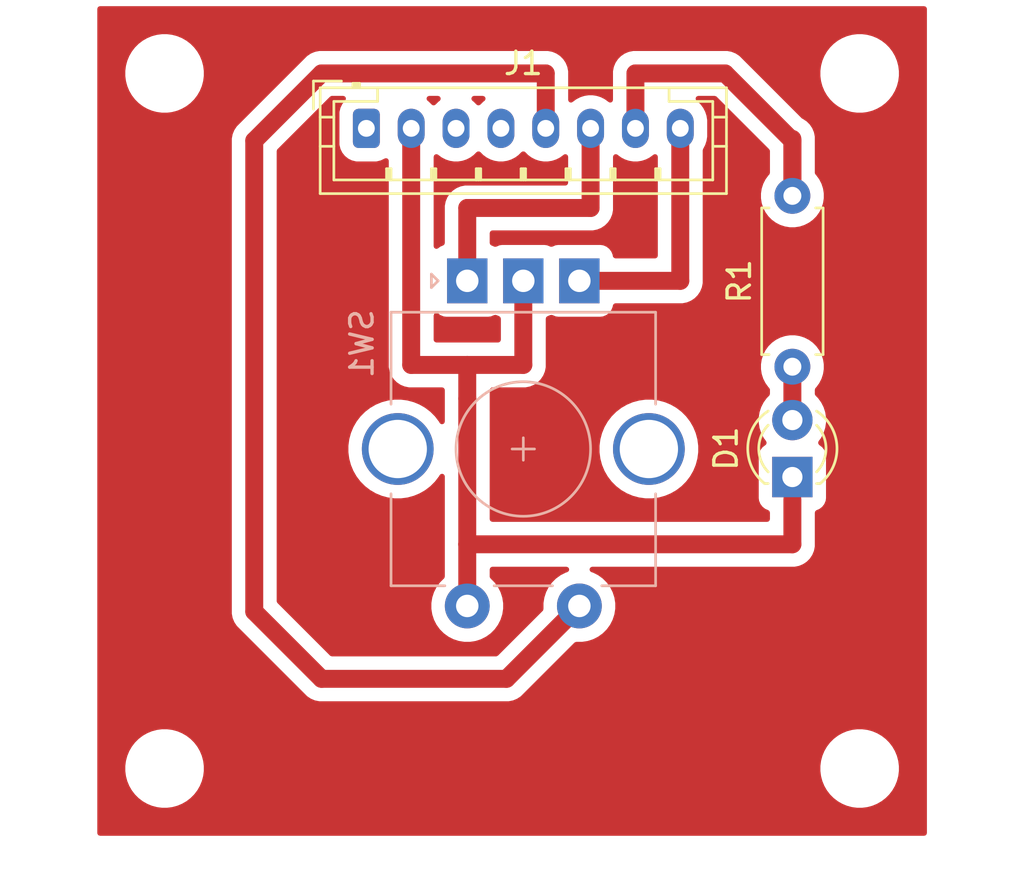
<source format=kicad_pcb>
(kicad_pcb (version 20241229) (generator "pcbnew") (generator_version "9.0")
  (layers (0 "F.Cu" signal) (2 "B.Cu" signal) (13 "F.Paste" user) (15 "B.Paste" user) (5 "F.SilkS" user "F.Silkscreen") (7 "B.SilkS" user "B.Silkscreen") (1 "F.Mask" user) (3 "B.Mask" user) (25 "Edge.Cuts" user))
  (net 0 "")
  (net 1 "Net-(D1-K)")
  (net 2 "Net-(D1-A)")
  (net 3 "Net-(J1-Pin_8)")
  (net 5 "Net-(J1-Pin_5)")
  (net 7 "Net-(J1-Pin_6)")
  (net 9 "Net-(J1-Pin_7)")
  (footprint "Connector_JST:JST_PH_B8B-PH-K_1x08_P2.00mm_Vertical" (layer "F.Cu") (at 112 105.45)
    (property "Reference" "J1" (at 7 -2.9 0) (layer "F.SilkS"))
    (property "Value" "Conn_01x08_Pin")
    (fp_line (start -2.36 -2.11) (end -2.36 -0.86) (stroke (width 0.12)) (layer "F.SilkS"))
    (fp_line (start -2.06 -1.81) (end -2.06 2.91) (stroke (width 0.12)) (layer "F.SilkS"))
    (fp_line (start -2.06 -0.5) (end -1.45 -0.5) (stroke (width 0.12)) (layer "F.SilkS"))
    (fp_line (start -2.06 0.8) (end -1.45 0.8) (stroke (width 0.12)) (layer "F.SilkS"))
    (fp_line (start -2.06 2.91) (end 16.06 2.91) (stroke (width 0.12)) (layer "F.SilkS"))
    (fp_line (start -1.45 -1.2) (end -1.45 2.3) (stroke (width 0.12)) (layer "F.SilkS"))
    (fp_line (start -1.45 2.3) (end 15.45 2.3) (stroke (width 0.12)) (layer "F.SilkS"))
    (fp_line (start -1.11 -2.11) (end -2.36 -2.11) (stroke (width 0.12)) (layer "F.SilkS"))
    (fp_line (start -0.6 -2.01) (end -0.6 -1.81) (stroke (width 0.12)) (layer "F.SilkS"))
    (fp_line (start -0.3 -2.01) (end -0.6 -2.01) (stroke (width 0.12)) (layer "F.SilkS"))
    (fp_line (start -0.3 -1.91) (end -0.6 -1.91) (stroke (width 0.12)) (layer "F.SilkS"))
    (fp_line (start -0.3 -1.81) (end -0.3 -2.01) (stroke (width 0.12)) (layer "F.SilkS"))
    (fp_line (start 0.5 -1.81) (end 0.5 -1.2) (stroke (width 0.12)) (layer "F.SilkS"))
    (fp_line (start 0.5 -1.2) (end -1.45 -1.2) (stroke (width 0.12)) (layer "F.SilkS"))
    (fp_line (start 0.9 1.8) (end 1.1 1.8) (stroke (width 0.12)) (layer "F.SilkS"))
    (fp_line (start 0.9 2.3) (end 0.9 1.8) (stroke (width 0.12)) (layer "F.SilkS"))
    (fp_line (start 1 2.3) (end 1 1.8) (stroke (width 0.12)) (layer "F.SilkS"))
    (fp_line (start 1.1 1.8) (end 1.1 2.3) (stroke (width 0.12)) (layer "F.SilkS"))
    (fp_line (start 2.9 1.8) (end 3.1 1.8) (stroke (width 0.12)) (layer "F.SilkS"))
    (fp_line (start 2.9 2.3) (end 2.9 1.8) (stroke (width 0.12)) (layer "F.SilkS"))
    (fp_line (start 3 2.3) (end 3 1.8) (stroke (width 0.12)) (layer "F.SilkS"))
    (fp_line (start 3.1 1.8) (end 3.1 2.3) (stroke (width 0.12)) (layer "F.SilkS"))
    (fp_line (start 4.9 1.8) (end 5.1 1.8) (stroke (width 0.12)) (layer "F.SilkS"))
    (fp_line (start 4.9 2.3) (end 4.9 1.8) (stroke (width 0.12)) (layer "F.SilkS"))
    (fp_line (start 5 2.3) (end 5 1.8) (stroke (width 0.12)) (layer "F.SilkS"))
    (fp_line (start 5.1 1.8) (end 5.1 2.3) (stroke (width 0.12)) (layer "F.SilkS"))
    (fp_line (start 6.9 1.8) (end 7.1 1.8) (stroke (width 0.12)) (layer "F.SilkS"))
    (fp_line (start 6.9 2.3) (end 6.9 1.8) (stroke (width 0.12)) (layer "F.SilkS"))
    (fp_line (start 7 2.3) (end 7 1.8) (stroke (width 0.12)) (layer "F.SilkS"))
    (fp_line (start 7.1 1.8) (end 7.1 2.3) (stroke (width 0.12)) (layer "F.SilkS"))
    (fp_line (start 8.9 1.8) (end 9.1 1.8) (stroke (width 0.12)) (layer "F.SilkS"))
    (fp_line (start 8.9 2.3) (end 8.9 1.8) (stroke (width 0.12)) (layer "F.SilkS"))
    (fp_line (start 9 2.3) (end 9 1.8) (stroke (width 0.12)) (layer "F.SilkS"))
    (fp_line (start 9.1 1.8) (end 9.1 2.3) (stroke (width 0.12)) (layer "F.SilkS"))
    (fp_line (start 10.9 1.8) (end 11.1 1.8) (stroke (width 0.12)) (layer "F.SilkS"))
    (fp_line (start 10.9 2.3) (end 10.9 1.8) (stroke (width 0.12)) (layer "F.SilkS"))
    (fp_line (start 11 2.3) (end 11 1.8) (stroke (width 0.12)) (layer "F.SilkS"))
    (fp_line (start 11.1 1.8) (end 11.1 2.3) (stroke (width 0.12)) (layer "F.SilkS"))
    (fp_line (start 12.9 1.8) (end 13.1 1.8) (stroke (width 0.12)) (layer "F.SilkS"))
    (fp_line (start 12.9 2.3) (end 12.9 1.8) (stroke (width 0.12)) (layer "F.SilkS"))
    (fp_line (start 13 2.3) (end 13 1.8) (stroke (width 0.12)) (layer "F.SilkS"))
    (fp_line (start 13.1 1.8) (end 13.1 2.3) (stroke (width 0.12)) (layer "F.SilkS"))
    (fp_line (start 13.5 -1.2) (end 13.5 -1.81) (stroke (width 0.12)) (layer "F.SilkS"))
    (fp_line (start 15.45 -1.2) (end 13.5 -1.2) (stroke (width 0.12)) (layer "F.SilkS"))
    (fp_line (start 15.45 2.3) (end 15.45 -1.2) (stroke (width 0.12)) (layer "F.SilkS"))
    (fp_line (start 16.06 -1.81) (end -2.06 -1.81) (stroke (width 0.12)) (layer "F.SilkS"))
    (fp_line (start 16.06 -0.5) (end 15.45 -0.5) (stroke (width 0.12)) (layer "F.SilkS"))
    (fp_line (start 16.06 0.8) (end 15.45 0.8) (stroke (width 0.12)) (layer "F.SilkS"))
    (fp_line (start 16.06 2.91) (end 16.06 -1.81) (stroke (width 0.12)) (layer "F.SilkS"))
    (pad "1" thru_hole roundrect (at 0 0) (size 1.2 1.75) (drill 0.75) (layers "*.Cu" "*.Mask") (roundrect_rratio 0.208333))
    (pad "2" thru_hole oval (at 2 0) (size 1.2 1.75) (drill 0.75) (layers "*.Cu" "*.Mask") (net 1 "Net-(D1-K)"))
    (pad "3" thru_hole oval (at 4 0) (size 1.2 1.75) (drill 0.75) (layers "*.Cu" "*.Mask"))
    (pad "4" thru_hole oval (at 6 0) (size 1.2 1.75) (drill 0.75) (layers "*.Cu" "*.Mask"))
    (pad "5" thru_hole oval (at 8 0) (size 1.2 1.75) (drill 0.75) (layers "*.Cu" "*.Mask") (net 5 "Net-(J1-Pin_5)"))
    (pad "6" thru_hole oval (at 10 0) (size 1.2 1.75) (drill 0.75) (layers "*.Cu" "*.Mask") (net 7 "Net-(J1-Pin_6)"))
    (pad "7" thru_hole oval (at 12 0) (size 1.2 1.75) (drill 0.75) (layers "*.Cu" "*.Mask") (net 9 "Net-(J1-Pin_7)"))
    (pad "8" thru_hole oval (at 14 0) (size 1.2 1.75) (drill 0.75) (layers "*.Cu" "*.Mask") (net 3 "Net-(J1-Pin_8)"))
  )
  (footprint "MountingHole:MountingHole_3mm" (layer "F.Cu") (at 134 134)
    (property "Reference" "REF**" (hide yes))
    (property "Value" "MountingHole_3mm")
    (pad "" np_thru_hole circle (at 0 0) (size 3 3) (drill 3) (layers "*.Cu" "*.Mask"))
  )
  (footprint "Resistor_THT:R_Axial_DIN0207_L6.3mm_D2.5mm_P7.62mm_Horizontal" (layer "F.Cu") (at 131 116.08 90)
    (property "Reference" "R1" (at 3.81 -2.37 90) (layer "F.SilkS"))
    (property "Value" "R")
    (fp_line (start 7.08 -1.37) (end 7.08 -1.04) (stroke (width 0.12)) (layer "F.SilkS"))
    (fp_line (start 0.54 -1.37) (end 7.08 -1.37) (stroke (width 0.12)) (layer "F.SilkS"))
    (fp_line (start 0.54 -1.04) (end 0.54 -1.37) (stroke (width 0.12)) (layer "F.SilkS"))
    (fp_line (start 0.54 1.04) (end 0.54 1.37) (stroke (width 0.12)) (layer "F.SilkS"))
    (fp_line (start 7.08 1.37) (end 7.08 1.04) (stroke (width 0.12)) (layer "F.SilkS"))
    (fp_line (start 0.54 1.37) (end 7.08 1.37) (stroke (width 0.12)) (layer "F.SilkS"))
    (pad "1" thru_hole circle (at 0 0 90) (size 1.6 1.6) (drill 0.8) (layers "*.Cu" "*.Mask") (net 2 "Net-(D1-A)"))
    (pad "2" thru_hole circle (at 7.62 0 90) (size 1.6 1.6) (drill 0.8) (layers "*.Cu" "*.Mask") (net 9 "Net-(J1-Pin_7)"))
  )
  (footprint "LED_THT:LED_D3.0mm_IRBlack" (layer "F.Cu") (at 131 121 90)
    (property "Reference" "D1" (at 1.27 -2.96 90) (layer "F.SilkS"))
    (property "Value" "IR204A")
    (fp_line (start -0.29 -1.236) (end -0.29 -1.08) (stroke (width 0.12)) (layer "F.SilkS"))
    (fp_line (start -0.29 1.08) (end -0.29 1.236) (stroke (width 0.12)) (layer "F.SilkS"))
    (fp_arc (start -0.29 -1.235516) (mid 1.36566 -1.987699) (end 2.941437 -1.08) (stroke (width 0.12)) (layer "F.SilkS"))
    (fp_arc (start 0.229039 -1.08) (mid 1.27 -1.5) (end 2.310961 -1.08) (stroke (width 0.12)) (layer "F.SilkS"))
    (fp_arc (start 2.941437 1.08) (mid 1.36566 1.987699) (end -0.29 1.235516) (stroke (width 0.12)) (layer "F.SilkS"))
    (fp_arc (start 2.310961 1.08) (mid 1.27 1.5) (end 0.229039 1.08) (stroke (width 0.12)) (layer "F.SilkS"))
    (pad "1" thru_hole rect (at 0 0 90) (size 1.8 1.8) (drill 0.9) (layers "*.Cu" "*.Mask") (net 1 "Net-(D1-K)"))
    (pad "2" thru_hole circle (at 2.54 0 90) (size 1.8 1.8) (drill 0.9) (layers "*.Cu" "*.Mask") (net 2 "Net-(D1-A)"))
  )
  (footprint "MountingHole:MountingHole_3mm" (layer "F.Cu") (at 103 134)
    (property "Reference" "REF**" (hide yes))
    (property "Value" "MountingHole_3mm")
    (pad "" np_thru_hole circle (at 0 0) (size 3 3) (drill 3) (layers "*.Cu" "*.Mask"))
  )
  (footprint "MountingHole:MountingHole_3mm" (layer "F.Cu") (at 134 103)
    (property "Reference" "REF**" (hide yes))
    (property "Value" "MountingHole_3mm")
    (pad "" np_thru_hole circle (at 0 0) (size 3 3) (drill 3) (layers "*.Cu" "*.Mask"))
  )
  (footprint "MountingHole:MountingHole_3mm" (layer "F.Cu") (at 103 103)
    (property "Reference" "REF**" (hide yes))
    (property "Value" "MountingHole_3mm")
    (pad "" np_thru_hole circle (at 0 0) (size 3 3) (drill 3) (layers "*.Cu" "*.Mask"))
  )
  (footprint "Rotary_Encoder:RotaryEncoder_Alps_EC11E-Switch_Vertical_H20mm_CircularMountingHoles" (layer "B.Cu") (at 116.5 112.25 -90)
    (property "Reference" "SW1" (at 2.8 4.7 90) (layer "B.SilkS") (effects (justify mirror)))
    (property "Value" "RotaryEncoder_Switch")
    (fp_line (start 1.4 3.4) (end 1.4 -8.4) (stroke (width 0.12)) (layer "B.SilkS"))
    (fp_line (start 5.5 3.4) (end 1.4 3.4) (stroke (width 0.12)) (layer "B.SilkS"))
    (fp_line (start 9.5 3.4) (end 13.6 3.4) (stroke (width 0.12)) (layer "B.SilkS"))
    (fp_line (start 13.6 3.4) (end 13.6 1) (stroke (width 0.12)) (layer "B.SilkS"))
    (fp_line (start -0.3 1.6) (end 0.3 1.6) (stroke (width 0.12)) (layer "B.SilkS"))
    (fp_line (start 0.3 1.6) (end 0 1.3) (stroke (width 0.12)) (layer "B.SilkS"))
    (fp_line (start 0 1.3) (end -0.3 1.6) (stroke (width 0.12)) (layer "B.SilkS"))
    (fp_line (start 13.6 -1.2) (end 13.6 -3.8) (stroke (width 0.12)) (layer "B.SilkS"))
    (fp_line (start 7.5 -2) (end 7.5 -3) (stroke (width 0.12)) (layer "B.SilkS"))
    (fp_line (start 7 -2.5) (end 8 -2.5) (stroke (width 0.12)) (layer "B.SilkS"))
    (fp_line (start 13.6 -6) (end 13.6 -8.4) (stroke (width 0.12)) (layer "B.SilkS"))
    (fp_line (start 5.5 -8.4) (end 1.4 -8.4) (stroke (width 0.12)) (layer "B.SilkS"))
    (fp_line (start 13.6 -8.4) (end 9.5 -8.4) (stroke (width 0.12)) (layer "B.SilkS"))
    (fp_circle (center 7.5 -2.5) (end 10.5 -2.5) (stroke (width 0.12)) (fill no) (layer "B.SilkS"))
    (pad "B" thru_hole rect (at 0 -5 270) (size 2 1.8) (drill 1) (layers "*.Cu" "*.Mask") (net 3 "Net-(J1-Pin_8)"))
    (pad "MP" thru_hole circle (at 7.5 -8.1 270) (size 3.2 3.2) (drill 2.6) (layers "*.Cu" "*.Mask"))
    (pad "MP" thru_hole circle (at 7.5 3.1 270) (size 3.2 3.2) (drill 2.6) (layers "*.Cu" "*.Mask"))
    (pad "S1" thru_hole circle (at 14.5 -5 270) (size 2 2) (drill 1) (layers "*.Cu" "*.Mask") (net 5 "Net-(J1-Pin_5)"))
    (pad "S2" thru_hole circle (at 14.5 0 270) (size 2 2) (drill 1) (layers "*.Cu" "*.Mask") (net 1 "Net-(D1-K)"))
    (pad "у" thru_hole rect (at 0 -2.5 270) (size 2 1.8) (drill 1) (layers "*.Cu" "*.Mask") (net 1 "Net-(D1-K)"))
    (pad "у" thru_hole rect (at 0 0 270) (size 2 1.8) (drill 1) (layers "*.Cu" "*.Mask") (net 7 "Net-(J1-Pin_6)"))
  )
  (segment (start 116.5 124) (end 116.5 126.75) (width 0.8) (layer "F.Cu") (net 1))
  (segment (start 114 116) (end 116.5 116) (width 0.8) (layer "F.Cu") (net 1))
  (segment (start 116.5 116) (end 119 116) (width 0.8) (layer "F.Cu") (net 1))
  (segment (start 131 122) (end 131 124) (width 0.8) (layer "F.Cu") (net 1))
  (segment (start 116.5 117.5) (end 116.5 124) (width 0.8) (layer "F.Cu") (net 1))
  (segment (start 116.5 116) (end 116.5 117.5) (width 0.8) (layer "F.Cu") (net 1))
  (segment (start 119 116) (end 119 112.25) (width 0.8) (layer "F.Cu") (net 1))
  (segment (start 114 105.45) (end 114 116) (width 0.8) (layer "F.Cu") (net 1))
  (segment (start 131 124) (end 116.5 124) (width 0.8) (layer "F.Cu") (net 1))
  (segment (start 131 116.08) (end 131 118.46) (width 0.8) (layer "F.Cu") (net 2))
  (segment (start 126 105.45) (end 126 112.25) (width 0.8) (layer "F.Cu") (net 3))
  (segment (start 126 112.25) (end 121.5 112.25) (width 0.8) (layer "F.Cu") (net 3))
  (segment (start 121.5 126.75) (end 118.25 130) (width 0.8) (layer "F.Cu") (net 5))
  (segment (start 118.25 130) (end 110 130) (width 0.8) (layer "F.Cu") (net 5))
  (segment (start 107 127) (end 107 106) (width 0.8) (layer "F.Cu") (net 5))
  (segment (start 107 106) (end 110 103) (width 0.8) (layer "F.Cu") (net 5))
  (segment (start 110 103) (end 120 103) (width 0.8) (layer "F.Cu") (net 5))
  (segment (start 110 130) (end 107 127) (width 0.8) (layer "F.Cu") (net 5))
  (segment (start 120 103) (end 120 105.45) (width 0.8) (layer "F.Cu") (net 5))
  (segment (start 122 109) (end 116.5 109) (width 0.8) (layer "F.Cu") (net 7))
  (segment (start 116.5 109) (end 116.5 112.25) (width 0.8) (layer "F.Cu") (net 7))
  (segment (start 122 105.45) (end 122 109) (width 0.8) (layer "F.Cu") (net 7))
  (segment (start 131 106) (end 128 103) (width 0.8) (layer "F.Cu") (net 9))
  (segment (start 131 108.46) (end 131 106) (width 0.8) (layer "F.Cu") (net 9))
  (segment (start 131 105.92) (end 131 108.46) (width 0.8) (layer "F.Cu") (net 9))
  (segment (start 124 103) (end 124 105.45) (width 0.8) (layer "F.Cu") (net 9))
  (segment (start 128 103) (end 124 103) (width 0.8) (layer "F.Cu") (net 9))
  (zone (net 0) (net_name "") (layer "F.Cu") (connect_pads (clearance 0.5)) (min_thickness 0.25) (fill yes (thermal_gap 0.5) (thermal_bridge_width 0.5) (island_removal_mode 1) (island_area_min 10))
    (polygon (pts (xy 100 100) (xy 137 100) (xy 137 137) (xy 100 137)))
  )
)
</source>
